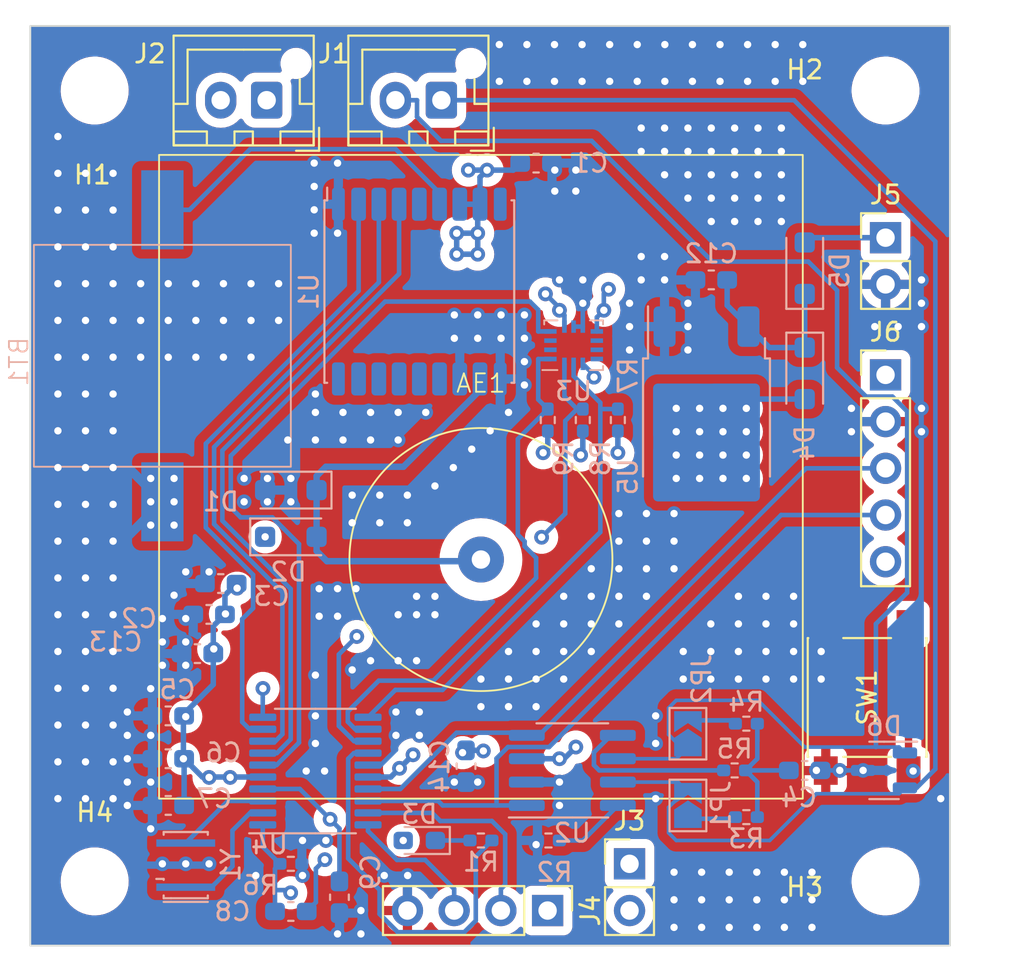
<source format=kicad_pcb>
(kicad_pcb (version 20221018) (generator pcbnew)
  (layers (0 "F.Cu" power) (1 "In1.Cu" signal) (2 "In2.Cu" power) (31 "B.Cu" signal) (34 "B.Paste" user) (35 "F.Paste" user) (36 "B.SilkS" user "B.Silkscreen") (37 "F.SilkS" user "F.Silkscreen") (38 "B.Mask" user) (39 "F.Mask" user) (44 "Edge.Cuts" user))
  (net 0 "")
  (net 1 "Net-(BT1-+)")
  (net 2 "GND")
  (net 3 "+3V3")
  (net 4 "Net-(C4-Pad1)")
  (net 5 "Net-(J3-Pin_1)")
  (net 6 "/BOOT0")
  (net 7 "Net-(U4-NRST)")
  (net 8 "/OSC_IN")
  (net 9 "/OSC_OUT")
  (net 10 "VCC")
  (net 11 "Net-(D3-K)")
  (net 13 "/SWDIO")
  (net 14 "/SWCLK")
  (net 15 "/CAN_RX")
  (net 16 "/CAN_TX")
  (net 18 "Net-(JP1-A)")
  (net 19 "Net-(JP2-B)")
  (net 20 "Net-(U4-PB1)")
  (net 21 "Net-(U2-Rs)")
  (net 22 "/Vref")
  (net 23 "/GNSSTX")
  (net 24 "/GNSSRX")
  (net 25 "/TIMEPULSE")
  (net 34 "/MISO")
  (net 37 "/INT1")
  (net 41 "/CSB")
  (net 42 "/SCK")
  (net 43 "/MOSI")
  (net 44 "Net-(D5-A)")
  (net 45 "/CAN-")
  (net 46 "/CAN+")
  (net 47 "/RF")
  (footprint "MountingHole:MountingHole_3.2mm_M3_ISO14580" (layer "F.Cu") (at 146 107)
    (fp_text reference "H3")
    (fp_text value "MountingHole")
  )
  (footprint "pj-lib:CGGBP.35.6.A.02" (layer "F.Cu") (at 124 85)
    (fp_text reference "AE1")
    (fp_text value "Antenna")
  )
  (footprint "Connector_PinHeader_2.54mm:PinHeader_1x05_P2.54mm_Vertical" (layer "F.Cu") (at 146 79.46)
    (fp_text reference "J6")
    (fp_text value "Conn_01x05_Socket")
  )
  (footprint "MountingHole:MountingHole_3.2mm_M3_ISO14580" (layer "F.Cu") (at 103 64)
    (fp_text reference "H1")
    (fp_text value "MountingHole")
  )
  (footprint "Connector_PinHeader_2.54mm:PinHeader_1x02_P2.54mm_Vertical" (layer "F.Cu") (at 132.08 106.045)
    (fp_text reference "J3")
    (fp_text value "BOOTMODE")
  )
  (footprint "MountingHole:MountingHole_3.2mm_M3_ISO14580" (layer "F.Cu") (at 146 64)
    (fp_text reference "H2")
    (fp_text value "MountingHole")
  )
  (footprint "Connector_PinHeader_2.54mm:PinHeader_1x04_P2.54mm_Vertical" (layer "F.Cu") (at 127.625 108.585 -90)
    (fp_text reference "J4")
    (fp_text value "SWD")
  )
  (footprint "MountingHole:MountingHole_3.2mm_M3_ISO14580" (layer "F.Cu") (at 103 107)
    (fp_text reference "H4")
    (fp_text value "MountingHole")
  )
  (footprint "Connector_JST:JST_XH_B2B-XH-AM_1x02_P2.50mm_Vertical" (layer "F.Cu") (at 112.35 64.525 180)
    (fp_text reference "J2")
    (fp_text value "CAN")
  )
  (footprint "Connector_JST:JST_XH_B2B-XH-AM_1x02_P2.50mm_Vertical" (layer "F.Cu") (at 121.85 64.525 180)
    (fp_text reference "J1")
    (fp_text value "CAN")
  )
  (footprint "Button_Switch_SMD:SW_Push_1P1T_NO_6x6mm_H9.5mm" (layer "F.Cu") (at 145 97 90)
    (fp_text reference "SW1")
    (fp_text value "SW_Push")
  )
  (footprint "Connector_PinHeader_2.54mm:PinHeader_1x02_P2.54mm_Vertical" (layer "F.Cu") (at 146 72)
    (fp_text reference "J5")
    (fp_text value "Conn_01x02_Socket")
  )
  (footprint "Capacitor_SMD:C_0603_1608Metric_Pad1.08x0.95mm_HandSolder" (layer "B.Cu") (at 123.19 100.7375 -90)
    (fp_text reference "C14")
    (fp_text value "0.1u")
  )
  (footprint "Package_TO_SOT_SMD:SOT-23-3" (layer "B.Cu") (at 145.9175 100.965 180)
    (fp_text reference "D6")
    (fp_text value "ESD16VHY")
  )
  (footprint "Capacitor_SMD:C_0603_1608Metric_Pad1.08x0.95mm_HandSolder" (layer "B.Cu") (at 109.855 90.805 180)
    (fp_text reference "C3")
    (fp_text value "0.1u")
  )
  (footprint "Package_SO:SOIC-8_3.9x4.9mm_P1.27mm" (layer "B.Cu") (at 128.97 100.965)
    (fp_text reference "U2")
    (fp_text value "SN65HVD230")
  )
  (footprint "Capacitor_SMD:C_0603_1608Metric_Pad1.08x0.95mm_HandSolder" (layer "B.Cu") (at 108.585 94.615 180)
    (fp_text reference "C13")
    (fp_text value "22u")
  )
  (footprint "Capacitor_SMD:C_0603_1608Metric_Pad1.08x0.95mm_HandSolder" (layer "B.Cu") (at 141.605 100.965)
    (fp_text reference "C4")
    (fp_text value "4700p")
  )
  (footprint "Resistor_SMD:R_0402_1005Metric_Pad0.72x0.64mm_HandSolder" (layer "B.Cu") (at 113.665 106.045)
    (fp_text reference "R6")
    (fp_text value "10k")
  )
  (footprint "Diode_SMD:D_SOD-123F" (layer "B.Cu") (at 141.605 73.66 90)
    (fp_text reference "D5")
    (fp_text value "RBR1MM30ATR")
  )
  (footprint "Capacitor_SMD:C_0603_1608Metric_Pad1.08x0.95mm_HandSolder" (layer "B.Cu") (at 107 102.87 180)
    (fp_text reference "C7")
    (fp_text value "0.1u")
  )
  (footprint "Resistor_SMD:R_0402_1005Metric_Pad0.72x0.64mm_HandSolder" (layer "B.Cu") (at 137.795 100.965 180)
    (fp_text reference "R5")
    (fp_text value "300")
  )
  (footprint "Capacitor_SMD:C_0603_1608Metric_Pad1.08x0.95mm_HandSolder" (layer "B.Cu") (at 109.22 92.4825 180)
    (fp_text reference "C2")
    (fp_text value "0.1u")
  )
  (footprint "RF_GPS:ublox_MAX" (layer "B.Cu") (at 120.65 74.93 -90)
    (fp_text reference "U1")
    (fp_text value "MAX-M10S")
  )
  (footprint "Resistor_SMD:R_0402_1005Metric_Pad0.72x0.64mm_HandSolder" (layer "B.Cu") (at 124 104.775)
    (fp_text reference "R1")
    (fp_text value "1k")
  )
  (footprint "Resistor_SMD:R_0402_1005Metric_Pad0.72x0.64mm_HandSolder" (layer "B.Cu") (at 138.43 98.425 180)
    (fp_text reference "R4")
    (fp_text value "60")
  )
  (footprint "Diode_SMD:D_SOD-123F" (layer "B.Cu") (at 113.665 88.265)
    (fp_text reference "D2")
    (fp_text value "RBR1MM30ATR")
  )
  (footprint "Capacitor_SMD:C_0603_1608Metric_Pad1.08x0.95mm_HandSolder" (layer "B.Cu") (at 136.525 74.295 180)
    (fp_text reference "C12")
    (fp_text value "10u")
  )
  (footprint "Package_SO:TSSOP-20_4.4x6.5mm_P0.65mm" (layer "B.Cu") (at 115 101)
    (fp_text reference "U4")
    (fp_text value "STM32F042F6Px")
  )
  (footprint "LED_SMD:LED_0603_1608Metric_Pad1.05x0.95mm_HandSolder" (layer "B.Cu") (at 120.65 104.775 180)
    (fp_text reference "D3")
    (fp_text value "LED")
  )
  (footprint "Jumper:SolderJumper-2_P1.3mm_Open_TrianglePad1.0x1.5mm" (layer "B.Cu") (at 135.255 102.87 90)
    (fp_text reference "JP1")
    (fp_text value "SolderJumper_2_Open")
  )
  (footprint "Package_LGA:Bosch_LGA-14_3x2.5mm_P0.5mm" (layer "B.Cu") (at 129.04 77.8475)
    (fp_text reference "U3")
    (fp_text value "BMI323")
  )
  (footprint "Resistor_SMD:R_0402_1005Metric_Pad0.72x0.64mm_HandSolder" (layer "B.Cu") (at 127.6725 104.775 180)
    (fp_text reference "R2")
    (fp_text value "10k")
  )
  (footprint "Capacitor_SMD:C_0603_1608Metric_Pad1.08x0.95mm_HandSolder" (layer "B.Cu") (at 127 67.945)
    (fp_text reference "C1")
    (fp_text value "0.1u")
  )
  (footprint "Resistor_SMD:R_0402_1005Metric_Pad0.72x0.64mm_HandSolder" (layer "B.Cu") (at 138.43 103.505)
    (fp_text reference "R3")
    (fp_text value "60")
  )
  (footprint "Resistor_SMD:R_0402_1005Metric_Pad0.72x0.64mm_HandSolder" (layer "B.Cu") (at 131.445 81.915 90)
    (fp_text reference "R7")
    (fp_text value "10k")
  )
  (footprint "Diode_SMD:D_SOD-123F" (layer "B.Cu") (at 141.605 79.375 -90)
    (fp_text reference "D4")
    (fp_text value "RBR1MM30ATR")
  )
  (footprint "Capacitor_SMD:C_0603_1608Metric_Pad1.08x0.95mm_HandSolder" (layer "B.Cu") (at 116.3075 107.8625 -90)
    (fp_text reference "C9")
    (fp_text value "0.1u")
  )
  (footprint "Diode_SMD:D_SOD-123F" (layer "B.Cu") (at 113.665 85.725 180)
    (fp_text reference "D1")
    (fp_text value "RBR1MM30ATR")
  )
  (footprint "Capacitor_SMD:C_0603_1608Metric_Pad1.08x0.95mm_HandSolder" (layer "B.Cu") (at 107 98 180)
    (fp_text reference "C5")
    (fp_text value "0.1u")
  )
  (footprint "Jumper:SolderJumper-2_P1.3mm_Open_TrianglePad1.0x1.5mm" (layer "B.Cu") (at 135.255 98.97 90)
    (fp_text reference "JP2")
    (fp_text value "SolderJumper_2_Open")
  )
  (footprint "Capacitor_SMD:C_0603_1608Metric_Pad1.08x0.95mm_HandSolder" (layer "B.Cu") (at 113.665 108.635 180)
    (fp_text reference "C8")
    (fp_text value "0.1u")
  )
  (footprint "Resistor_SMD:R_0402_1005Metric_Pad0.72x0.64mm_HandSolder" (layer "B.Cu") (at 129.54 81.915 90)
    (fp_text reference "R8")
    (fp_text value "10k")
  )
  (footprint "Package_TO_SOT_SMD:TO-252-2" (layer "B.Cu") (at 136.265 81.875 -90)
    (fp_text reference "U5")
    (fp_text value "AZ1084-3.3")
  )
  (footprint "Crystal:Resonator_SMD_Murata_CSTxExxV-3Pin_3.0x1.1mm_HandSoldering" (layer "B.Cu") (at 107.95 106.115 90)
    (fp_text reference "Y1")
    (fp_text value "CSTNE20M0V530000R0")
  )
  (footprint "Resistor_SMD:R_0402_1005Metric_Pad0.72x0.64mm_HandSolder" (layer "B.Cu") (at 127.635 81.915 90)
    (fp_text reference "R9")
    (fp_text value "10k")
  )
  (footprint "pj-lib:CR1220" (layer "B.Cu") (at 106.68 78.74 -90)
    (fp_text reference "BT1")
    (fp_text value "Battery_Cell")
  )
  (footprint "Capacitor_SMD:C_0603_1608Metric_Pad1.08x0.95mm_HandSolder" (layer "B.Cu") (at 107 100.33 180)
    (fp_text reference "C6")
    (fp_text value "0.1u")
  )
  (gr_rect (start 99.5 60.49) (end 149.5 110.49) (stroke (width 0.1)) (fill none) (layer "Edge.Cuts"))
  (segment (start 121.75 69.5696) (end 121.75 70.18) (width 0.25) (layer "B.Cu") (net 1))
  (segment (start 111.4537 67.1864) (end 119.3668 67.1864) (width 0.25) (layer "B.Cu") (net 1))
  (segment (start 119.3668 67.1864) (end 121.75 69.5696) (width 0.25) (layer "B.Cu") (net 1))
  (segment (start 108.1551 70.485) (end 111.4537 67.1864) (width 0.25) (layer "B.Cu") (net 1))
  (segment (start 106.68 70.485) (end 108.1551 70.485) (width 0.25) (layer "B.Cu") (net 1))
  (via (at 116.205 71.755) (size 0.8) (drill 0.4) (layers "F.Cu" "B.Cu") (net 2))
  (via (at 113.665 85.09) (size 0.8) (drill 0.4) (layers "F.Cu" "B.Cu") (net 2))
  (via (at 117.205 91.083) (size 0.8) (drill 0.4) (layers "F.Cu" "B.Cu") (net 2))
  (via (at 116.205 67.945) (size 0.8) (drill 0.4) (layers "F.Cu" "B.Cu") (net 2))
  (via (at 113.5 83) (size 0.8) (drill 0.4) (layers "F.Cu" "B.Cu") (net 2))
  (via (at 102.5 92.5) (size 0.8) (drill 0.4) (layers "F.Cu" "B.Cu") (net 2))
  (via (at 139 109.5) (size 0.8) (drill 0.4) (layers "F.Cu" "B.Cu") (net 2))
  (via (at 104 70.5) (size 0.8) (drill 0.4) (layers "F.Cu" "B.Cu") (net 2))
  (via (at 105.5 74.5) (size 0.8) (drill 0.4) (layers "F.Cu" "B.Cu") (net 2))
  (via (at 134.5 87) (size 0.8) (drill 0.4) (layers "F.Cu" "B.Cu") (net 2))
  (via (at 116.5 83) (size 0.8) (drill 0.4) (layers "F.Cu" "B.Cu") (net 2))
  (via (at 104 78.5) (size 0.8) (drill 0.4) (layers "F.Cu" "B.Cu") (net 2))
  (via (at 106.045 99.06) (size 0.8) (drill 0.4) (layers "F.Cu" "B.Cu") (net 2))
  (via (at 104 76.5) (size 0.8) (drill 0.4) (layers "F.Cu" "B.Cu") (net 2))
  (via (at 128.27 102.87) (size 0.8) (drill 0.4) (layers "F.Cu" "B.Cu") (net 2))
  (via (at 104.775 99.06) (size 0.8) (drill 0.4) (layers "F.Cu" "B.Cu") (net 2))
  (via (at 138 93) (size 0.8) (drill 0.4) (layers "F.Cu" "B.Cu") (net 2))
  (via (at 120 86) (size 0.8) (drill 0.4) (layers "F.Cu" "B.Cu") (net 2))
  (via (at 111.125 85.09) (size 0.8) (drill 0.4) (layers "F.Cu" "B.Cu") (net 2))
  (via (at 133 90) (size 0.8) (drill 0.4) (layers "F.Cu" "B.Cu") (net 2))
  (via (at 129.54 75.565) (size 0.8) (drill 0.4) (layers "F.Cu" "B.Cu") (net 2))
  (via (at 110 78.5) (size 0.8) (drill 0.4) (layers "F.Cu" "B.Cu") (net 2))
  (via (at 122.5 84.5) (size 0.8) (drill 0.4) (layers "F.Cu" "B.Cu") (net 2))
  (via (at 136.525 67.31) (size 0.8) (drill 0.4) (layers "F.Cu" "B.Cu") (net 2))
  (via (at 144.145 82.55) (size 0.8) (drill 0.4) (layers "F.Cu" "B.Cu") (net 2))
  (via (at 142.5 94.5) (size 0.8) (drill 0.4) (layers "F.Cu" "B.Cu") (net 2))
  (via (at 117 86) (size 0.8) (drill 0.4) (layers "F.Cu" "B.Cu") (net 2))
  (via (at 120.5 92.5) (size 0.8) (drill 0.4) (layers "F.Cu" "B.Cu") (net 2))
  (via (at 139.5 96) (size 0.8) (drill 0.4) (layers "F.Cu" "B.Cu") (net 2))
  (via (at 137.795 66.04) (size 0.8) (drill 0.4) (layers "F.Cu" "B.Cu") (net 2))
  (via (at 128.016 69.469) (size 0.8) (drill 0.4) (layers "F.Cu" "B.Cu") (net 2))
  (via (at 111.76 106.68) (size 0.8) (drill 0.4) (layers "F.Cu" "B.Cu") (net 2))
  (via (at 142 108) (size 0.8) (drill 0.4) (layers "F.Cu" "B.Cu") (net 2))
  (via (at 112.395 86.36) (size 0.8) (drill 0.4) (layers "F.Cu" "B.Cu") (net 2))
  (via (at 107.95 92.71) (size 0.8) (drill 0.4) (layers "F.Cu" "B.Cu") (net 2))
  (via (at 104 86.5) (size 0.8) (drill 0.4) (layers "F.Cu" "B.Cu") (net 2))
  (via (at 139.5 91.5) (size 0.8) (drill 0.4) (layers "F.Cu" "B.Cu") (net 2))
  (via (at 137.795 71.12) (size 0.8) (drill 0.4) (layers "F.Cu" "B.Cu") (net 2))
  (via (at 132.715 67.31) (size 0.8) (drill 0.4) (layers "F.Cu" "B.Cu") (net 2))
  (via (at 102.5 88.5) (size 0.8) (drill 0.4) (layers "F.Cu" "B.Cu") (net 2))
  (via (at 141 94.5) (size 0.8) (drill 0.4) (layers "F.Cu" "B.Cu") (net 2))
  (via (at 140.335 66.04) (size 0.8) (drill 0.4) (layers "F.Cu" "B.Cu") (net 2))
  (via (at 123.825 77.47) (size 0.8) (drill 0.4) (layers "F.Cu" "B.Cu") (net 2))
  (via (at 124 97.5) (size 0.8) (drill 0.4) (layers "F.Cu" "B.Cu") (net 2))
  (via (at 134.5 108) (size 0.8) (drill 0.4) (layers "F.Cu" "B.Cu") (net 2))
  (via (at 106.045 85.09) (size 0.8) (drill 0.4) (layers "F.Cu" "B.Cu") (net 2))
  (via (at 139.065 71.12) (size 0.8) (drill 0.4) (layers "F.Cu" "B.Cu") (net 2))
  (via (at 107.315 91.44) (size 0.8) (drill 0.4) (layers "F.Cu" "B.Cu") (net 2))
  (via (at 120.5 95) (size 0.8) (drill 0.4) (layers "F.Cu" "B.Cu") (net 2))
  (via (at 135 96) (size 0.8) (drill 0.4) (layers "F.Cu" "B.Cu") (net 2))
  (via (at 101 82.5) (size 0.8) (drill 0.4) (layers "F.Cu" "B.Cu") (net 2))
  (via (at 106.68 106.045) (size 0.8) (drill 0.4) (layers "F.Cu" "B.Cu") (net 2))
  (via (at 102.5 94.5) (size 0.8) (drill 0.4) (layers "F.Cu" "B.Cu") (net 2))
  (via (at 129.159 68.326) (size 0.8) (drill 0.4) (layers "F.Cu" "B.Cu") (net 2))
  (via (at 126.365 77.47) (size 0.8) (drill 0.4) (layers "F.Cu" "B.Cu") (net 2))
  (via (at 147.955 75.565) (size 0.8) (drill 0.4) (layers "F.Cu" "B.Cu") (net 2))
  (via (at 140 63.5) (size 0.8) (drill 0.4) (layers "F.Cu" "B.Cu") (net 2))
  (via (at 141.5 63.5) (size 0.8) (drill 0.4) (layers "F.Cu" "B.Cu") (net 2))
  (via (at 139.065 66.04) (size 0.8) (drill 0.4) (layers "F.Cu" "B.Cu") (net 2))
  (via (at 133.985 66.04) (size 0.8) (drill 0.4) (layers "F.Cu" "B.Cu") (net 2))
  (via (at 138.5 61.5) (size 0.8) (drill 0.4) (layers "F.Cu" "B.Cu") (net 2))
  (via (at 104 98.5) (size 0.8) (drill 0.4) (layers "F.Cu" "B.Cu") (net 2))
  (via (at 127 97.5) (size 0.8) (drill 0.4) (layers "F.Cu" "B.Cu") (net 2))
  (via (at 128.5 91.5) (size 0.8) (drill 0.4) (layers "F.Cu" "B.Cu") (net 2))
  (via (at 135.5 61.5) (size 0.8) (drill 0.4) (layers "F.Cu" "B.Cu") (net 2))
  (via (at 131.5 91.5) (size 0.8) (drill 0.4) (layers "F.Cu" "B.Cu") (net 2))
  (via (at 115 99.5) (size 0.8) (drill 0.4) (layers "F.Cu" "B.Cu") (net 2))
  (via (at 137.5 106.5) (size 0.8) (drill 0.4) (layers "F.Cu" "B.Cu") (net 2))
  (via (at 121.5 92.5) (size 0.8) (drill 0.4) (layers "F.Cu" "B.Cu") (net 2))
  (via (at 128.5 93) (size 0.8) (drill 0.4) (layers "F.Cu" "B.Cu") (net 2))
  (via (at 118.5 87.5) (size 0.8) (drill 0.4) (layers "F.Cu" "B.Cu") (net 2))
  (via (at 117.475 108.585) (size 0.8) (drill 0.4) (layers "F.Cu" "B.Cu") (net 2))
  (via (at 133 87) (size 0.8) (drill 0.4) (layers "F.Cu" "B.Cu") (net 2))
  (via (at 106.68 95.25) (size 0.8) (drill 0.4) (layers "F.Cu" "B.Cu") (net 2))
  (via (at 136.5 96) (size 0.8) (drill 0.4) (layers "F.Cu" "B.Cu") (net 2))
  (via (at 133.985 74.295) (size 0.8) (drill 0.4) (layers "F.Cu" "B.Cu") (net 2))
  (via (at 102.5 76.5) (size 0.8) (drill 0.4) (layers "F.Cu" "B.Cu") (net 2))
  (via (at 104 80.5) (size 0.8) (drill 0.4) (layers "F.Cu" "B.Cu") (net 2))
  (via (at 134.5 106.5) (size 0.8) (drill 0.4) (layers "F.Cu" "B.Cu") (net 2))
  (via (at 102.5 90.5) (size 0.8) (drill 0.4) (layers "F.Cu" "B.Cu") (net 2))
  (via (at 132.5 63.5) (size 0.8) (drill 0.4) (layers "F.Cu" "B.Cu") (net 2))
  (via (at 108.5 78.5) (size 0.8) (drill 0.4) (layers "F.Cu" "B.Cu") (net 2))
  (via (at 121 81.5) (size 0.8) (drill 0.4) (layers "F.Cu" "B.Cu") (net 2))
  (via (at 119.5 95) (size 0.8) (drill 0.4) (layers "F.Cu" "B.Cu") (net 2))
  (via (at 102.5 102.5) (size 0.8) (drill 0.4) (layers "F.Cu" "B.Cu") (net 2))
  (via (at 140.335 71.12) (size 0.8) (drill 0.4) (layers "F.Cu" "B.Cu") (net 2))
  (via (at 135.255 68.58) (size 0.8) (drill 0.4) (layers "F.Cu" "B.Cu") (net 2))
  (via (at 120.5 91.5) (size 0.8) (drill 0.4) (layers "F.Cu" "B.Cu") (net 2))
  (via (at 118.5 86) (size 0.8) (drill 0.4) (layers "F.Cu" "B.Cu") (net 2))
  (via (at 136.5 93) (size 0.8) (drill 0.4) (layers "F.Cu" "B.Cu") (net 2))
  (via (at 102.5 68.5) (size 0.8) (drill 0.4) (layers "F.Cu" "B.Cu") (net 2))
  (via (at 106.68 92.71) (size 0.8) (drill 0.4) (layers "F.Cu" "B.Cu") (net 2))
  (via (at 106.045 86.36) (size 0.8) (drill 0.4) (layers "F.Cu" "B.Cu") (net 2))
  (via (at 135.255 66.04) (size 0.8) (drill 0.4) (layers "F.Cu" "B.Cu") (net 2))
  (via (at 104 82.5) (size 0.8) (drill 0.4) (layers "F.Cu" "B.Cu") (net 2))
  (via (at 126.365 80.01) (size 0.8) (drill 0.4) (layers "F.Cu" "B.Cu") (net 2))
  (via (at 122.555 77.47) (size 0.8) (drill 0.4) (layers "F.Cu" "B.Cu") (net 2))
  (via (at 111.5 78.5) (size 0.8) (drill 0.4) (layers "F.Cu" "B.Cu") (net 2))
  (via (at 140.5 108) (size 0.8) (drill 0.4) (layers "F.Cu" "B.Cu") (net 2))
  (via (at 107.95 95.25) (size 0.8) (drill 0.4) (layers "F.Cu" "B.Cu") (net 2))
  (via (at 101 78.5) (size 0.8) (drill 0.4) (layers "F.Cu" "B.Cu") (net 2))
  (via (at 117.475 109.855) (size 0.8) (drill 0.4) (layers "F.Cu" "B.Cu") (net 2))
  (via (at 115 80.5) (size 0.8) (drill 0.4) (layers "F.Cu" "B.Cu") (net 2))
  (via (at 106.045 96.52) (size 0.8) (drill 0.4) (layers "F.Cu" "B.Cu") (net 2))
  (via (at 101 98.5) (size 0.8) (drill 0.4) (layers "F.Cu" "B.Cu") (net 2))
  (via (at 131.5 93) (size 0.8) (drill 0.4) (layers "F.Cu" "B.Cu") (net 2))
  (via (at 123.5 83.5) (size 0.8) (drill 0.4) (layers "F.Cu" "B.Cu") (net 2))
  (via (at 120.015 106.68) (size 0.8) (drill 0.4) (layers "F.Cu" "B.Cu") (net 2))
  (via (at 125.095 76.2) (size 0.8) (drill 0.4) (layers "F.Cu" "B.Cu") (net 2))
  (via (at 109.22 106.045) (size 0.8) (drill 0.4) (layers "F.Cu" "B.Cu") (net 2))
  (via (at 101 70.5) (size 0.8) (drill 0.4) (layers "F.Cu" "B.Cu") (net 2))
  (via (at 135.255 67.31) (size 0.8) (drill 0.4) (layers "F.Cu" "B.Cu") (net 2))
  (via (at 115.5 101) (size 0.8) (drill 0.4) (layers "F.Cu" "B.Cu") (net 2))
  (via (at 123.825 101.6) (size 0.8) (drill 0.4) (layers "F.Cu" "B.Cu") (net 2))
  (via (at 127 96) (size 0.8) (drill 0.4) (layers "F.Cu" "B.Cu") (net 2))
  (via (at 107 78.5) (size 0.8) (drill 0.4) (layers "F.Cu" "B.Cu") (net 2))
  (via (at 111.125 86.36) (size 0.8) (drill 0.4) (layers "F.Cu" "B.Cu") (net 2))
  (via (at 137.795 68.58) (size 0.8) (drill 0.4) (layers "F.Cu" "B.Cu") (net 2))
  (via (at 137 61.5) (size 0.8) (drill 0.4) (layers "F.Cu" "B.Cu") (net 2))
  (via (at 132.5 61.5) (size 0.8) (drill 0.4) (layers "F.Cu" "B.Cu") (net 2))
  (via (at 104 72.5) (size 0.8) (drill 0.4) (layers "F.Cu" "B.Cu") (net 2))
  (via (at 105.5 78.5) (size 0.8) (drill 0.4) (layers "F.Cu" "B.Cu") (net 2))
  (via (at 126.5 63.5) (size 0.8) (drill 0.4) (layers "F.Cu" "B.Cu") (net 2))
  (via (at 108.5 74.5) (size 0.8) (drill 0.4) (layers "F.Cu" "B.Cu") (net 2))
  (via (at 115.205 92.583) (size 0.8) (drill 0.4) (layers "F.Cu" "B.Cu") (net 2))
  (via (at 139.065 68.58) (size 0.8) (drill 0.4) (layers "F.Cu" "B.Cu") (net 2))
  (via (at 104 96.5) (size 0.8) (drill 0.4) (layers "F.Cu" "B.Cu") (net 2))
  (via (at 106.045 104.14) (size 0.8) (drill 0.4) (layers "F.Cu" "B.Cu") (net 2))
  (via (at 132.08 76.835) (size 0.8) (drill 0.4) (layers "F.Cu" "B.Cu") (net 2))
  (via (at 135.255 69.85) (size 0.8) (drill 0.4) (layers "F.Cu" "B.Cu") (net 2))
  (via (at 136.5 94.5) (size 0.8) (drill 0.4) (layers "F.Cu" "B.Cu") (net 2))
  (via (at 129.159 69.469) (size 0.8) (drill 0.4) (layers "F.Cu" "B.Cu") (net 2))
  (via (at 111.5 76.5) (size 0.8) (drill 0.4) (layers "F.Cu" "B.Cu") (net 2))
  (via (at 102.5 78.5) (size 0.8) (drill 0.4) (layers "F.Cu" "B.Cu") (net 2))
  (via (at 138 96) (size 0.8) (drill 0.4) (layers "F.Cu" "B.Cu") (net 2))
  (via (at 102.5 74.5) (size 0.8) (drill 0.4) (layers "F.Cu" "B.Cu") (net 2))
  (via (at 141 91.5) (size 0.8) (drill 0.4) (layers "F.Cu" "B.Cu") (net 2))
  (via (at 104 100.5) (size 0.8) (drill 0.4) (layers "F.Cu" "B.Cu") (net 2))
  (via (at 119.38 97.79) (size 0.8) (drill 0.4) (layers "F.Cu" "B.Cu") (net 2))
  (via (at 104 84.5) (size 0.8) (drill 0.4) (layers "F.Cu" "B.Cu") (net 2))
  (via (at 133.985 73.025) (size 0.8) (drill 0.4) (layers "F.Cu" "B.Cu") (net 2))
  (via (at 104 94.5) (size 0.8) (drill 0.4) (layers "F.Cu" "B.Cu") (net 2))
  (via (at 142.5 96) (size 0.8) (drill 0.4) (layers "F.Cu" "B.Cu") (net 2))
  (via (at 128 61.5) (size 0.8) (drill 0.4) (layers "F.Cu" "B.Cu") (net 2))
  (via (at 114.3 104.775) (size 0.8) (drill 0.4) (layers "F.Cu" "B.Cu") (net 2))
  (via (at 136.525 71.12) (size 0.8) (drill 0.4) (layers "F.Cu" "B.Cu") (net 2))
  (via (at 130 94.5) (size 0.8) (drill 0.4) (layers "F.Cu" "B.Cu") (net 2))
  (via (at 128 63.5) (size 0.8) (drill 0.4) (layers "F.Cu" "B.Cu") (net 2))
  (via (at 115.205 91.083) (size 0.8) (drill 0.4) (layers "F.Cu" "B.Cu") (net 2))
  (via (at 104 102.5) (size 0.8) (drill 0.4) (layers "F.Cu" "B.Cu") (net 2))
  (via (at 137.795 67.31) (size 0.8) (drill 0.4) (layers "F.Cu" "B.Cu") (net 2))
  (via (at 108.5 76.5) (size 0.8) (drill 0.4) (layers "F.Cu" "B.Cu") (net 2))
  (via (at 137.795 69.85) (size 0.8) (drill 0.4) (layers "F.Cu" "B.Cu") (net 2))
  (via (at 133 88.5) (size 0.8) (drill 0.4) (layers "F.Cu" "B.Cu") (net 2))
  (via (at 115 95.7841) (size 0.8) (drill 0.4) (layers "F.Cu" "B.Cu") (net 2))
  (via (at 128.27 74.295) (size 0.8) (drill 0.4) (layers "F.Cu" "B.Cu") (net 2))
  (via (at 129.54 74.295) (size 0.8) (drill 0.4) (layers "F.Cu" "B.Cu") (net 2))
  (via (at 111.5 74.5) (size 0.8) (drill 0.4) (layers "F.Cu" "B.Cu") (net 2))
  (via (at 140.5 109.5) (size 0.8) (drill 0.4) (layers "F.Cu" "B.Cu") (net 2))
  (via (at 133.5 98) (size 0.8) (drill 0.4) (layers "F.Cu" "B.Cu") (net 2))
  (via (at 140.335 69.85) (size 0.8) (drill 0.4) (layers "F.Cu" "B.Cu") (net 2))
  (via (at 140.5 106.5) (size 0.8) (drill 0.4) (layers "F.Cu" "B.Cu") (net 2))
  (via (at 110 74.5) (size 0.8) (drill 0.4) (layers "F.Cu" "B.Cu") (net 2))
  (via (at 125.5 96) (size 0.8) (drill 0.4) (layers "F.Cu" "B.Cu") (net 2))
  (via (at 138 91.5) (size 0.8) (drill 0.4) (layers "F.Cu" "B.Cu") (net 2))
  (via (at 136.525 69.85) (size 0.8) (drill 0.4) (layers "F.Cu" "B.Cu") (net 2))
  (via (at 131.5 87) (size 0.8) (drill 0.4) (layers "F.Cu" "B.Cu") (net 2))
  (via (at 101 76.5) (size 0.8) (drill 0.4) (layers "F.Cu" "B.Cu") (net 2))
  (via (at 117 87.5) (size 0.8) (drill 0.4) (layers "F.Cu" "B.Cu") (net 2))
  (via (at 132.715 73.025) (size 0.8) (drill 0.4) (layers "F.Cu" "B.Cu") (net 2))
  (via (at 107 74.5) (size 0.8) (drill 0.4) (layers "F.Cu" "B.Cu") (net 2))
  (via (at 102.5 86.5) (size 0.8) (drill 0.4) (layers "F.Cu" "B.Cu") (net 2))
  (via (at 102.5 98.5) (size 0.8) (drill 0.4) (layers "F.Cu" "B.Cu") (net 2))
  (via (at 125.095 77.47) (size 0.8) (drill 0.4) (layers "F.Cu" "B.Cu") (net 2))
  (via (at 133.5 99.5) (size 0.8) (drill 0.4) (layers "F.Cu" "B.Cu") (net 2))
  (via (at 122.555 76.2) (size 0.8) (drill 0.4) (layers "F.Cu" "B.Cu") (net 2))
  (via (at 104.775 100.33) (size 0.8) (drill 0.4) (layers "F.Cu" "B.Cu") (net 2))
  (via (at 101 72.5) (size 0.8) (drill 0.4) (layers "F.Cu" "B.Cu") (net 2))
  (via (at 139.065 67.31) (size 0.8) (drill 0.4) (layers "F.Cu" "B.Cu") (net 2))
  (via (at 104.775 97.79) (size 0.8) (drill 0.4) (layers "F.Cu" "B.Cu") (net 2))
  (via (at 136.525 68.58) (size 0.8) (drill 0.4) (layers "F.Cu" "B.Cu") (net 2))
  (via (at 132.08 78.105) (size 0.8) (drill 0.4) (layers "F.Cu" "B.Cu") (net 2))
  (via (at 126.5 61.5) (size 0.8) (drill 0.4) (layers "F.Cu" "B.Cu") (net 2))
  (via (at 106.045 87.63) (size 0.8) (drill 0.4) (layers "F.Cu" "B.Cu") (net 2))
  (via (at 144.145 81.28) (size 0.8) (drill 0.4) (layers "F.Cu" "B.Cu") (net 2))
  (via (at 142.24 100.965) (size 0.8) (drill 0.4) (layers "F.Cu" "B.Cu") (net 2))
  (via (at 125 61.5) (size 0.8) (drill 0.4) (layers "F.Cu" "B.Cu") (net 2))
  (via (at 101 94.5) (size 0.8) (drill 0.4) (layers "F.Cu" "B.Cu") (net 2))
  (via (at 104 68.5) (size 0.8) (drill 0.4) (layers "F.Cu" "B.Cu") (net 2))
  (via (at 102.5 84.5) (size 0.8) (drill 0.4) (layers "F.Cu" "B.Cu") (net 2))
  (via (at 119.5 83) (size 0.8) (drill 0.4) (layers "F.Cu" "B.Cu") (net 2))
  (via (at 141.5 61.5) (size 0.8) (drill 0.4) (layers "F.Cu" "B.Cu") (net 2))
  (via (at 106.045 101.6) (size 0.8) (drill 0.4) (layers "F.Cu" "B.Cu") (net 2))
  (via (at 133.5 102.5) (size 0.8) (drill 0.4) (layers "F.Cu" "B.Cu") (net 2))
  (via (at 134.5 88.5) (size 0.8) (drill 0.4) (layers "F.Cu" "B.Cu") (net 2))
  (via (at 116.205 109.855) (size 0.8) (drill 0.4) (layers "F.Cu" "B.Cu") (net 2))
  (via (at 124.5 82.5) (size 0.8) (drill 0.4) (layers "F.Cu" "B.Cu") (net 2))
  (via (at 141 96) (size 0.8) (drill 0.4) (layers "F.Cu" "B.Cu") (net 2))
  (via (at 119.5 92.5) (size 0.8) (drill 0.4) (layers "F.Cu" "B.Cu") (net 2))
  (via (at 101 88.5) (size 0.8) (drill 0.4) (layers "F.Cu" "B.Cu") (net 2))
  (via (at 140.335 68.58) (size 0.8) (drill 0.4) (layers "F.Cu" "B.Cu") (net 2))
  (via (at 101 84.5) (size 0.8) (drill 0.4) (layers "F.Cu" "B.Cu") (net 2))
  (via (at 117 95.5) (size 0.8) (drill 0.4) (layers "F.Cu" "B.Cu") (net 2))
  (via (at 141 93) (size 0.8) (drill 0.4) (layers "F.Cu" "B.Cu") (net 2))
  (via (at 125.5 97.5) (size 0.8) (drill 0.4) (layers "F.Cu" "B.Cu") (net 2))
  (via (at 135.255 76.835) (size 0.8) (drill 0.4) (layers "F.Cu" "B.Cu") (net 2))
  (via (at 135 94.5) (size 0.8) (drill 0.4) (layers "F.Cu" "B.Cu") (net 2))
  (via (at 135.255 78.105) (size 0.8) (drill 0.4) (layers "F.Cu" "B.Cu") (net 2))
  (via (at 114.935 70.485) (size 0.8) (drill 0.4) (layers "F.Cu" "B.Cu") (net 2))
  (via (at 136 108) (size 0.8) (drill 0.4) (layers "F.Cu" "B.Cu") (net 2))
  (via (at 123.825 76.2) (size 0.8) (drill 0.4) (layers "F.Cu" "B.Cu") (net 2))
  (via (at 131 61.5) (size 0.8) (drill 0.4) (layers "F.Cu" "B.Cu") (net 2))
  (via (at 139 108) (size 0.8) (drill 0.4) (layers "F.Cu" "B.Cu") (net 2))
  (via (at 107.95 93.98) (size 0.8) (drill 0.4) (layers "F.Cu" "B.Cu") (net 2))
  (via (at 128.5 94.5) (size 0.8) (drill 0.4) (layers "F.Cu" "B.Cu") (net 2))
  (via (at 101 66.5) (size 0.8) (drill 0.4) (layers "F.Cu" "B.Cu") (net 2))
  (via (at 112.395 85.09) (size 0.8) (drill 0.4) (layers "F.Cu" "B.Cu") (net 2))
  (via (at 136 106.5) (size 0.8) (drill 0.4) (layers "F.Cu" "B.Cu") (net 2))
  (via (at 105.5 76.5) (size 0.8) (drill 0.4) (layers "F.Cu" "B.Cu") (net 2))
  (via (at 102.5 72.5) (size 0.8) (drill 0.4) (layers "F.Cu" "B.Cu") (net 2))
  (via (at 107.315 86.36) (size 0.8) (drill 0.4) (layers "F.Cu" "B.Cu") (net 2))
  (via (at 140.335 67.31) (size 0.8) (drill 0.4) (layers "F.Cu" "B.Cu") (net 2))
  (via (at 101 100.5) (size 0.8) (drill 0.4) (layers "F.Cu" "B.Cu") (net 2))
  (via (at 121.5 91.5) (size 0.8) (drill 0.4) (layers "F.Cu" "B.Cu") (net 2))
  (via (at 101 68.5) (size 0.8) (drill 0.4) (layers "F.Cu" "B.Cu") (net 2))
  (via (at 104 90.5) (size 0.8) (drill 0.4) (layers "F.Cu" "B.Cu") (net 2))
  (via (at 131 63.5) (size 0.8) (drill 0.4) (layers "F.Cu" "B.Cu") (net 2))
  (via (at 107 76.5) (size 0.8) (drill 0.4) (layers "F.Cu" "B.Cu") (net 2))
  (via (at 127 105) (size 0.8) (drill 0.4) (layers "F.Cu" "B.Cu") (net 2))
  (via (at 115.57 104.775) (size 0.8) (drill 0.4) (layers "F.Cu" "B.Cu") (net 2))
  (via (at 145.415 76.835) (size 0.8) (drill 0.4) (layers "F.Cu" "B.Cu") (net 2))
  (via (at 142 106.5) (size 0.8) (drill 0.4) (layers "F.Cu" "B.Cu") (net 2))
  (via (at 102.5 70.5) (size 0.8) (drill 0.4) (layers "F.Cu" "B.Cu") (net 2))
  (via (at 126.365 78.74) (size 0.8) (drill 0.4) (layers "F.Cu" "B.Cu") (net 2))
  (via (at 106.68 93.98) (size 0.8) (drill 0.4) (layers "F.Cu" "B.Cu") (net 2))
  (via (at 134.5 109.5) (size 0.8) (drill 0.4) (layers "F.Cu" "B.Cu") (net 2))
  (via (at 138 94.5) (size 0.8) (drill 0.4) (layers "F.Cu" "B.Cu") (net 2))
  (via (at 101 86.5) (size 0.8) (drill 0.4) (layers "F.Cu" "B.Cu") (net 2))
  (via (at 147.955 81.28) (size 0.8) (drill 0.4) (layers "F.Cu" "B.Cu") (net 2))
  (via (at 134 61.5) (size 0.8) (drill 0.4) (layers "F.Cu" "B.Cu") (net 2))
  (via (at 102.5 96.5) (size 0.8) (drill 0.4) (layers "F.Cu" "B.Cu") (net 2))
  (via (at 113 74.5) (size 0.8) (drill 0.4) (layers "F.Cu" "B.Cu") (net 2))
  (via (at 139.065 69.85) (size 0.8) (drill 0.4) (layers "F.Cu" "B.Cu") (net 2))
  (via (at 102.5 80.5) (size 0.8) (drill 0.4) (layers "F.Cu" "B.Cu") (net 2))
  (via (at 147.955 76.835) (size 0.8) (drill 0.4) (layers "F.Cu" "B.Cu") (net 2))
  (via (at 118 95) (size 0.8) (drill 0.4) (layers "F.Cu" "B.Cu") (net 2))
  (via (at 129.5 61.5) (size 0.8) (drill 0.4) (layers "F.Cu" "B.Cu") (net 2))
  (via (at 101 74.5) (size 0.8) (drill 0.4) (layers "F.Cu" "B.Cu") (net 2))
  (via (at 120.65 99.06) (size 0.8) (drill 0.4) (layers "F.Cu" "B.Cu") (net 2))
  (via (at 149 102.5) (size 0.8) (drill 0.4) (layers "F.Cu" "B.Cu") (net 2))
  (via (at 142 109.5) (size 0.8) (drill 0.4) (layers "F.Cu" "B.Cu") (net 2))
  (via (at 101 80.5) (size 0.8) (drill 0.4) (layers "F.Cu" "B.Cu") (net 2))
  (via (at 135.5 63.5) (size 0.8) (drill 0.4) (layers "F.Cu" "B.Cu") (net 2))
  (via (at 104 74.5) (size 0.8) (drill 0.4) (layers "F.Cu" "B.Cu") (net 2))
  (via (at 102.5 82.5) (size 0.8) (drill 0.4) (layers "F.Cu" "B.Cu") (net 2))
  (via (at 107.95 90.17) (size 0.8) (drill 0.4) (layers "F.Cu" "B.Cu") (net 2))
  (via (at 134.5 90) (size 0.8) (drill 0.4) (layers "F.Cu" "B.Cu") (net 2))
  (via (at 131.5 88.5) (size 0.8) (drill 0.4) (layers "F.Cu" "B.Cu") (net 2))
  (via (at 101 96.5) (size 0.8) (drill 0.4) (layers "F.Cu" "B.Cu") (net 2))
  (via (at 104.775 102.87) (size 0.8) (drill 0.4) (layers "F.Cu" "B.Cu") (net 2))
  (via (at 116.5 81.5) (size 0.8) (drill 0.4) (layers "F.Cu" "B.Cu") (net 2))
  (via (at 130 91.5) (size 0.8) (drill 0.4) (layers "F.Cu" "B.Cu") (net 2))
  (via (at 146.685 76.835) (size 0.8) (drill 0.4) (layers "F.Cu" "B.Cu") (net 2))
  (via (at 114.3 106.68) (size 0.8) (drill 0.4) (layers "F.Cu" "B.Cu") (net 2))
  (via (at 116.205 92.583) (size 0.8) (drill 0.4) (layers "F.Cu" "B.Cu") (net 2))
  (via (at 122.555 101.6) (size 0.8) (drill 0.4) (layers "F.Cu" "B.Cu") (net 2))
  (via (at 118 83) (size 0.8) (drill 0.4) (layers "F.Cu" "B.Cu") (net 2))
  (via (at 133.985 67.31) (size 0.8) (drill 0.4) (layers "F.Cu" "B.Cu") (net 2))
  (via (at 133.985 68.58) (size 0.8) (drill 0.4) (layers "F.Cu" "B.Cu") (net 2))
  (via (at 119.38 99.06) (size 0.8) (drill 0.4) (layers "F.Cu" "B.Cu") (net 2))
  (via (at 119.5 81.5) (size 0.8) (drill 0.4) (layers "F.Cu" "B.Cu") (net 2))
  (via (at 125.5 94.5) (size 0.8) (drill 0.4) (layers "F.Cu" "B.Cu") (net 2))
  (via (at 136 109.5) (size 0.8) (drill 0.4) (layers "F.Cu" "B.Cu") (net 2))
  (via (at 114.935 67.945) (size 0.8) (drill 0.4) (layers "F.Cu" "B.Cu") (net 2))
  (via (at 125 63.5) (size 0.8) (drill 0.4) (layers "F.Cu" "B.Cu") (net 2))
  (via (at 136.525 66.04) (size 0.8) (drill 0.4) (layers "F.Cu" "B.Cu") (net 2))
  (via (at 113.665 86.36) (size 0.8) (drill 0.4) (layers "F.Cu" "B.Cu") (net 2))
  (via (at 102.5 100.5) (size 0.8) (drill 0.4) (layers "F.Cu" "B.Cu") (net 2))
  (via (at 128.016 68.326) (size 0.8) (drill 0.4) (layers "F.Cu" "B.Cu") (net 2))
  (via (at 120 87.5) (size 0.8) (drill 0.4) (layers "F.Cu" "B.Cu") (net 2))
  (via (at 107.315 87.63) (size 0.8) (drill 0.4) (layers "F.Cu" "B.Cu") (net 2))
  (via (at 101 92.5) (size 0.8) (drill 0.4) (layers "F.Cu" "B.Cu") (net 2))
  (via (at 118.745 106.68) (size 0.8) (drill 0.4) (layers "F.Cu" "B.Cu") (net 2))
  (via (at 140 61.5) (size 0.8) (drill 0.4) (layers "F.Cu" "B.Cu") (net 2))
  (via (at 115 98) (size 0.8) (drill 0.4) (layers "F.Cu" "B.Cu") (net 2))
  (via (at 133 91.5) (size 0.8) (drill 0.4) (layers "F.Cu" "B.Cu") (net 2))
  (via (at 135.255 75.565) (size 0.8) (drill 0.4) (layers "F.Cu" "B.Cu") (net 2))
  (via (at 114.5 101) (size 0.8) (drill 0.4) (layers "F.Cu" "B.Cu") (net 2))
  (via (at 137 63.5) (size 0.8) (drill 0.4) (layers "F.Cu" "B.Cu") (net 2))
  (via (at 137.5 109.5) (size 0.8) (drill 0.4) (layers "F.Cu" "B.Cu") (net 2))
  (via (at 128.5 96) (size 0.8) (drill 0.4) (layers "F.Cu" "B.Cu") (net 2))
  (via (at 139.5 93) (size 0.8) (drill 0.4) (layers "F.Cu" "B.Cu") (net 2))
  (via (at 115 81.5) (size 0.8) (drill 0.4) (layers "F.Cu" "B.Cu") (net 2))
  (via (at 125.5 81.5) (size 0.8) (drill 0.4) (layers "F.Cu" "B.Cu") (net 2))
  (via (at 101 102.5) (size 0.8) (drill 0.4) (layers "F.Cu" "B.Cu") (net 2))
  (via (at 132.715 74.295) (size 0.8) (drill 0.4) (layers "F.Cu" "B.Cu") (net 2))
  (via (at 130 93) (size 0.8) (drill 0.4) (layers "F.Cu" "B.Cu") (net 2))
  (via (at 107.315 85.09) (size 0.8) (drill 0.4) (layers "F.Cu" "B.Cu") (net 2))
  (via (at 147.955 74.295) (size 0.8) (drill 0.4) (layers "F.Cu" "B.Cu") (net 2))
  (via (at 139 106.5) (size 0.8) (drill 0.4) (layers "F.Cu" "B.Cu") (net 2))
  (via (at 104.775 101.6) (size 0.8) (drill 0.4) (layers "F.Cu" "B.Cu") (net 2))
  (via (at 101 90.5) (size 0.8) (drill 0.4) (layers "F.Cu" "B.Cu") (net 2))
  (via (at 139.5 94.5) (size 0.8) (drill 0.4) (layers "F.Cu" "B.Cu") (net 2))
  (via (at 114.935 71.755) (size 0.8) (drill 0.4) (layers "F.Cu" "B.Cu") (net 2))
  (via (at 118 81.5) (size 0.8) (drill 0.4) (layers "F.Cu" "B.Cu") (net 2))
  (via (at 143.51 100.965) (size 0.8) (drill 0.4) (layers "F.Cu" "B.Cu") (net 2))
  (via (at 104 88.5) (size 0.8) (drill 0.4) (layers "F.Cu" "B.Cu") (net 2))
  (via (at 124 96) (size 0.8) (drill 0.4) (layers "F.Cu" "B.Cu") (net 2))
  (via (at 137.5 108) (size 0.8) (drill 0.4) (layers "F.Cu" "B.Cu") (net 2))
  (via (at 126.365 76.2) (size 0.8) (drill 0.4) (layers "F.Cu" "B.Cu") (net 2))
  (via (at 132.715 66.04) (size 0.8) (drill 0.4) (layers "F.Cu" "B.Cu") (net 2))
  (via (at 131.5 90) (size 0.8) (drill 0.4) (layers "F.Cu" "B.Cu") (net 2))
  (via (at 127 94.5) (size 0.8) (drill 0.4) (layers "F.Cu" "B.Cu") (net 2))
  (via (at 128.27 101.6) (size 0.8) (drill 0.4) (layers "F.Cu" "B.Cu") (net 2))
  (via (at 130 90) (size 0.8) (drill 0.4) (layers "F.Cu" "B.Cu") (net 2))
  (via (at 113 76.5) (size 0.8) (drill 0.4) (layers "F.Cu" "B.Cu") (net 2))
  (via (at 127 93) (size 0.8) (drill 0.4) (layers "F.Cu" "B.Cu") (net 2))
  (via (at 110 76.5) (size 0.8) (drill 0.4) (layers "F.Cu" "B.Cu") (net 2))
  (via (at 114.935 69.215) (size 0.8) (drill 0.4) (layers "F.Cu" "B.Cu") (net 2))
  (via (at 147.955 82.55) (size 0.8) (drill 0.4) (layers "F.Cu" "B.Cu") (net 2))
  (via (at 116.205 91.083) (size 0.8) (drill 0.4) (layers "F.Cu" "B.Cu") (net 2))
  (via (at 132.08 75.565) (size 0.8) (drill 0.4) (layers "F.Cu" "B.Cu") (net 2))
  (via (at 109.22 90.17) (size 0.8) (drill 0.4) (layers "F.Cu" "B.Cu") (net 2))
  (via (at 104 92.5) (size 0.8) (drill 0.4) (layers "F.Cu" "B.Cu") (net 2))
  (via (at 121.5 85.5) (size 0.8) (drill 0.4) (layers "F.Cu" "B.Cu") (net 2))
  (via (at 129.5 63.5) (size 0.8) (drill 0.4) (layers "F.Cu" "B.Cu") (net 2))
  (via (at 134 63.5) (size 0.8) (drill 0.4) (layers "F.Cu" "B.Cu") (net 2))
  (via (at 138.5 63.5) (size 0.8) (drill 0.4) (layers "F.Cu" "B.Cu") (net 2))
  (via (at 115 83) (size 0.8) (drill 0.4) (layers "F.Cu" "B.Cu") (net 2))
  (via (at 144.78 100.965) (size 0.8) (drill 0.4) (layers "F.Cu" "B.Cu") (net 2))
  (via (at 107.95 106.045) (size 0.8) (drill 0.4) (layers "F.Cu" "B.Cu") (net 2))
  (via (at 120.65 97.79) (size 0.8) (drill 0.4) (layers "F.Cu" "B.Cu") (net 2))
  (segment (start 129.54 76.835) (end 129.09 76.835) (width 0.25) (layer "B.Cu") (net 2))
  (segment (start 144.78 100.965) (end 143.51 100.965) (width 0.25) (layer "B.Cu") (net 2))
  (segment (start 118.551041 100.675) (end 119.38 99.846041) (width 0.25) (layer "B.Cu") (net 2))
  (segment (start 117.8625 100.675) (end 118.551041 100.675) (width 0.25) (layer "B.Cu") (net 2))
  (segment (start 119.38 99.846041) (end 119.38 99.06) (width 0.25) (layer "B.Cu") (net 2))
  (segment (start 143.51 100.965) (end 142.468 100.965) (width 0.25) (layer "B.Cu") (net 2))
  (via (at 119.574929 100.849961) (size 0.8) (drill 0.4) (layers "F.Cu" "B.Cu") (net 3))
  (via (at 110.744 91.059) (size 0.8) (drill 0.4) (layers "F.Cu" "B.Cu") (net 3))
  (via (at 137.16 85.09) (size 0.8) (drill 0.4) (layers "F.Cu" "B.Cu") (net 3))
  (via (at 122.682 72.898) (size 0.8) (drill 0.4) (layers "F.Cu" "B.Cu") (net 3))
  (via (at 137.16 82.55) (size 0.8) (drill 0.4) (layers "F.Cu" "B.Cu") (net 3))
  (via (at 134.62 85.09) (size 0.8) (drill 0.4) (layers "F.Cu" "B.Cu") (net 3))
  (via (at 134.62 83.82) (size 0.8) (drill 0.4) (layers "F.Cu" "B.Cu") (net 3))
  (via (at 123.825 71.755) (size 0.8) (drill 0.4) (layers "F.Cu" "B.Cu") (net 3))
  (via (at 130.937 74.803) (size 0.8) (drill 0.4) (layers "F.Cu" "B.Cu") (net 3))
  (via (at 127.381 83.693) (size 0.8) (drill 0.4) (layers "F.Cu" "B.Cu") (net 3))
  (via (at 109.22 101.346) (size 0.8) (drill 0.4) (layers "F.Cu" "B.Cu") (net 3))
  (via (at 135.89 85.09) (size 0.8) (drill 0.4) (layers "F.Cu" "B.Cu") (net 3))
  (via (at 128.27 100.33) (size 0.8) (drill 0.4) (layers "F.Cu" "B.Cu") (net 3))
  (via (at 135.89 82.55) (size 0.8) (drill 0.4) (layers "F.Cu" "B.Cu") (net 3))
  (via (at 129.159 99.695) (size 0.8) (drill 0.4) (layers "F.Cu" "B.Cu") (net 3))
  (via (at 137.16 81.28) (size 0.8) (drill 0.4) (layers "F.Cu" "B.Cu") (net 3))
  (via (at 107.823 100.33) (size 0.8) (drill 0.4) (layers "F.Cu" "B.Cu") (net 3))
  (via (at 110.363 101.346) (size 0.8) (drill 0.4) (layers "F.Cu" "B.Cu") (net 3))
  (via (at 128.27 75.946) (size 0.8) (drill 0.4) (layers "F.Cu" "B.Cu") (net 3))
  (via (at 110.109 92.456) (size 0.8) (drill 0.4) (layers "F.Cu" "B.Cu") (net 3))
  (via (at 138.43 83.82) (size 0.8) (drill 0.4) (layers "F.Cu" "B.Cu") (net 3))
  (via (at 127.508 75.057) (size 0.8) (drill 0.4) (layers "F.Cu" "B.Cu") (net 3))
  (via (at 135.89 83.82) (size 0.8) (drill 0.4) (layers "F.Cu" "B.Cu") (net 3))
  (via (at 123.317 68.326) (size 0.8) (drill 0.4) (layers "F.Cu" "B.Cu") (net 3))
  (via (at 107.95 98.044) (size 0.8) (drill 0.4) (layers "F.Cu" "B.Cu") (net 3))
  (via (at 131.445 83.693) (size 0.8) (drill 0.4) (layers "F.Cu" "B.Cu") (net 3))
  (via (at 124.132231 99.907038) (size 0.8) (drill 0.4) (layers "F.Cu" "B.Cu") (net 3))
  (via (at 123 100) (size 0.8) (drill 0.4) (layers "F.Cu" "B.Cu") (net 3))
  (via (at 137.16 83.82) (size 0.8) (drill 0.4) (layers "F.Cu" "B.Cu") (net 3))
  (via (at 122.682 71.755) (size 0.8) (drill 0.4) (layers "F.Cu" "B.Cu") (net 3))
  (via (at 112.268 88.265) (size 0.8) (drill 0.4) (layers "F.Cu" "B.Cu") (net 3))
  (via (at 134.62 82.55) (size 0.8) (drill 0.4) (layers "F.Cu" "B.Cu") (net 3))
  (via (at 120.308878 100.115892) (size 0.8) (drill 0.4) (layers "F.Cu" "B.Cu") (net 3))
  (via (at 138.43 82.55) (size 0.8) (drill 0.4) (layers "F.Cu" "B.Cu") (net 3))
  (via (at 130.683 75.946) (size 0.8) (drill 0.4) (layers "F.Cu" "B.Cu") (net 3))
  (via (at 129.4222 83.82) (size 0.8) (drill 0.4) (layers "F.Cu" "B.Cu") (net 3))
  (via (at 124.333 68.326) (size 0.8) (drill 0.4) (layers "F.Cu" "B.Cu") (net 3))
  (via (at 135.89 81.28) (size 0.8) (drill 0.4) (layers "F.Cu" "B.Cu") (net 3))
  (via (at 134.62 81.28) (size 0.8) (drill 0.4) (layers "F.Cu" "B.Cu") (net 3))
  (via (at 109.474 94.361) (size 0.8) (drill 0.4) (layers "F.Cu" "B.Cu") (net 3))
  (via (at 119.774998 104.774999) (size 0.8) (drill 0.4) (layers "F.Cu" "B.Cu") (net 3))
  (via (at 123.825 72.898) (size 0.8) (drill 0.4) (layers "F.Cu" "B.Cu") (net 3))
  (via (at 138.43 85.09) (size 0.8) (drill 0.4) (layers "F.Cu" "B.Cu") (net 3))
  (via (at 138.43 81.28) (size 0.8) (drill 0.4) (layers "F.Cu" "B.Cu") (net 3))
  (segment (start 128.524 100.33) (end 129.159 99.695) (width 0.3) (layer "B.Cu") (net 3))
  (segment (start 127.635 83.439) (end 127.381 83.693) (width 0.3) (layer "B.Cu") (net 3))
  (segment (start 123.317 68.326) (end 125.7565 68.326) (width 0.3) (layer "B.Cu") (net 3))
  (segment (start 123.825 70.305) (end 123.95 70.18) (width 0.3) (layer "B.Cu") (net 3))
  (segment (start 126.495 100.33) (end 128.27 100.33) (width 0.3) (layer "B.Cu") (net 3))
  (segment (start 125.7565 68.326) (end 126.1375 67.945) (width 0.3) (layer "B.Cu") (net 3))
  (segment (start 110.0825 92.4825) (end 110.0825 91.44) (width 0.3) (layer "B.Cu") (net 3))
  (segment (start 130.683 75.057) (end 130.937 74.803) (width 0.25) (layer "B.Cu") (net 3))
  (segment (start 107.823 100.33) (end 107.823 97.917) (width 0.3) (layer "B.Cu") (net 3))
  (segment (start 119.09989 101.325) (end 119.574929 100.849961) (width 0.3) (layer "B.Cu") (net 3))
  (segment (start 130.683 75.946) (end 130.683 75.057) (width 0.25) (layer "B.Cu") (net 3))
  (segment (start 109.199 101.325) (end 108.8575 101.325) (width 0.3) (layer "B.Cu") (net 3))
  (segment (start 141.605 80.775) (end 138.625 80.775) (width 0.3) (layer "B.Cu") (net 3))
  (segment (start 138.43 81.28) (end 138.12 81.28) (width 0.3) (layer "B.Cu") (net 3))
  (segment (start 138.625 80.775) (end 138.43 80.97) (width 0.3) (layer "B.Cu") (net 3))
  (segment (start 123.825 71.755) (end 123.825 72.898) (width 0.3) (layer "B.Cu") (net 3))
  (segment (start 108.8575 101.325) (end 107.8625 100.33) (width 0.3) (layer "B.Cu") (net 3))
  (segment (start 110.363 101.346) (end 110.342 101.325) (width 0.3) (layer "B.Cu") (net 3))
  (segment (start 131.445 82.5125) (end 131.445 83.693) (width 0.3) (layer "B.Cu") (net 3))
  (segment (start 138.43 80.97) (end 138.43 81.28) (width 0.3) (layer "B.Cu") (net 3))
  (segment (start 107.8625 100.33) (end 107.8625 102.87) (width 0.3) (layer "B.Cu") (net 3))
  (segment (start 122.85 70.18) (end 123.95 70.18) (width 0.3) (layer "B.Cu") (net 3))
  (segment (start 123.19 99.875) (end 124.100193 99.875) (width 0.3) (layer "B.Cu") (net 3))
  (segment (start 124.100193 99.875) (end 124.132231 99.907038) (width 0.3) (layer "B.Cu") (net 3))
  (segment (start 107.823 97.917) (end 109.4475 96.2925) (width 0.3) (layer "B.Cu") (net 3))
  (segment (start 119.574929 100.849841) (end 120.308878 100.115892) (width 0.3) (layer "B.Cu") (net 3))
  (segment (start 109.4475 96.2925) (end 109.4475 94.615) (width 0.3) (layer "B.Cu") (net 3))
  (segment (start 122.682 71.755) (end 122.682 72.898) (width 0.3) (layer "B.Cu") (net 3))
  (segment (start 123.825 71.755) (end 122.682 71.755) (width 0.3) (layer "B.Cu") (net 3))
  (segment (start 129.54 83.7022) (end 129.4222 83.82) (width 0.3) (layer "B.Cu") (net 3))
  (segment (start 129.54 82.5125) (end 129.54 83.7022) (width 0.3) (layer "B.Cu") (net 3))
  (segment (start 110.0825 91.44) (end 110.7175 90.805) (width 0.3) (layer "B.Cu") (net 3))
  (segment (start 128.27 75.819) (end 127.508 75.057) (width 0.25) (layer "B.Cu") (net 3))
  (segment (start 128.27 100.33) (end 128.524 100.33) (width 0.3) (layer "B.Cu") (net 3))
  (segment (start 123.825 71.755) (end 123.825 70.305) (width 0.3) (layer "B.Cu") (net 3))
  (segment (start 128.54 76.216) (end 128.27 75.946) (width 0.25) (layer "B.Cu") (net 3))
  (segment (start 119.574929 100.849961) (end 119.574929 100.849841) (width 0.3) (layer "B.Cu") (net 3))
  (segment (start 109.22 101.346) (end 109.199 101.325) (width 0.3) (layer "B.Cu") (net 3))
  (segment (start 136.85 82.55) (end 136.265 83.135) (width 0.3) (layer "B.Cu") (net 3))
  (segment (start 109.4475 93.1175) (end 110.0825 92.4825) (width 0.3) (layer "B.Cu") (net 3))
  (segment (start 127.635 82.5125) (end 127.635 83.439) (width 0.3) (layer "B.Cu") (net 3))
  (segment (start 117.8625 101.325) (end 119.09989 101.325) (width 0.3) (layer "B.Cu") (net 3))
  (segment (start 130.3025 76.3265) (end 130.683 75.946) (width 0.25) (layer "B.Cu") (net 3))
  (segment (start 110.384 101.325) (end 110.363 101.346) (width 0.3) (layer "B.Cu") (net 3))
  (segment (start 112.1375 101.325) (end 110.384 101.325) (width 0.3) (layer "B.Cu") (net 3))
  (segment (start 128.27 75.946) (end 128.27 75.819) (width 0.25) (layer "B.Cu") (net 3))
  (segment (start 124.333 68.326) (end 123.95 68.709) (width 0.3) (layer "B.Cu") (net 3))
  (segment (start 123.95 68.709) (end 123.95 70.18) (width 0.3) (layer "B.Cu") (net 3))
  (segment (start 138.12 81.28) (end 137.16 82.24) (width 0.3) (layer "B.Cu") (net 3))
  (segment (start 137.16 82.55) (end 136.85 82.55) (width 0.3) (layer "B.Cu") (net 3))
  (segment (start 109.4475 94.615) (end 109.4475 93.1175) (width 0.3) (layer "B.Cu") (net 3))
  (segment (start 109.241 101.325) (end 109.22 101.346) (width 0.3) (layer "B.Cu") (net 3))
  (segment (start 128.54 76.835) (end 128.54 76.216) (width 0.25) (layer "B.Cu") (net 3))
  (segment (start 110.342 101.325) (end 109.241 101.325) (width 0.3) (layer "B.Cu") (net 3))
  (segment (start 137.16 82.24) (end 137.16 82.55) (width 0.3) (layer "B.Cu") (net 3))
  (segment (start 123.825 72.898) (end 122.682 72.898) (width 0.3) (layer "B.Cu") (net 3))
  (segment (start 130.3025 77.0975) (end 130.3025 76.3265) (width 0.25) (layer "B.Cu") (net 3))
  (segment (start 139.028 103.505) (end 139.028 102.5525) (width 0.25) (layer "B.Cu") (net 4))
  (segment (start 139.028 99.3775) (end 139.0275 99.377) (width 0.25) (layer "B.Cu") (net 4))
  (segment (start 138.3925 100.965) (end 140.742 100.965) (width 0.25) (layer "B.Cu") (net 4))
  (segment (start 139.028 99.3775) (end 139.028 100.33) (width 0.25) (layer "B.Cu") (net 4))
  (segment (start 139.028 100.33) (end 138.392 100.965) (width 0.25) (layer "B.Cu") (net 4))
  (segment (start 139.028 102.5525) (end 139.0275 102.553) (width 0.25) (layer "B.Cu") (net 4))
  (segment (start 139.028 102.5525) (end 139.028 101.6) (width 0.25) (layer "B.Cu") (net 4))
  (segment (start 140.742 100.965) (end 140.7425 100.965) (width 0.25) (layer "B.Cu") (net 4))
  (segment (start 139.0275 99.377) (end 139.0275 98.425) (width 0.25) (layer "B.Cu") (net 4))
  (segment (start 139.028 98.425) (end 139.028 99.3775) (width 0.25) (layer "B.Cu") (net 4))
  (segment (start 139.0275 102.553) (end 139.0275 103.505) (width 0.25) (layer "B.Cu") (net 4))
  (segment (start 139.028 101.6) (end 138.392 100.965) (width 0.25) (layer "B.Cu") (net 4))
  (segment (start 138.392 100.965) (end 138.3925 100.965) (width 0.25) (layer "B.Cu") (net 4))
  (via (at 115.5145 105.8183) (size 0.8) (drill 0.4) (layers "F.Cu" "B.Cu") (net 5))
  (segment (start 115.0252 108.1373) (end 115.0252 106.3076) (width 0.25) (layer "B.Cu") (net 5))
  (segment (start 114.5275 108.635) (end 115.0252 108.1373) (width 0.25) (layer "B.Cu") (net 5))
  (segment (start 115.0252 106.3076) (end 115.5145 105.8183) (width 0.25) (layer "B.Cu") (net 5))
  (via (at 113.6549 107.6195) (size 0.8) (drill 0.4) (layers "F.Cu" "B.Cu") (net 6))
  (segment (start 112.802 107.4725) (end 112.802 108.635) (width 0.25) (layer "B.Cu") (net 6))
  (segment (start 112.802 107.4725) (end 113.5079 107.4725) (width 0.25) (layer "B.Cu") (net 6))
  (segment (start 113.068 106.045) (end 112.802 106.31) (width 0.25) (layer "B.Cu") (net 6))
  (segment (start 112.8025 108.635) (end 112.802 108.635) (width 0.25) (layer "B.Cu") (net 6))
  (segment (start 112.138 105.115) (end 113.0675 106.0445) (width 0.25) (layer "B.Cu") (net 6))
  (segment (start 112.138 103.925) (end 112.138 105.115) (width 0.25) (layer "B.Cu") (net 6))
  (segment (start 112.1375 103.925) (end 112.138 103.925) (width 0.25) (layer "B.Cu") (net 6))
  (segment (start 112.802 106.31) (end 112.802 107.4725) (width 0.25) (layer "B.Cu") (net 6))
  (segment (start 113.0675 106.045) (end 113.0675 106.0445) (width 0.25) (layer "B.Cu") (net 6))
  (segment (start 113.0675 106.0445) (end 113.068 106.045) (width 0.25) (layer "B.Cu") (net 6))
  (segment (start 113.5079 107.4725) (end 113.6549 107.6195) (width 0.25) (layer "B.Cu") (net 6))
  (segment (start 147.25 100.975) (end 147.25 93.025) (width 0.4) (layer "F.Cu") (net 7))
  (segment (start 147.5 101) (end 147.275 101) (width 0) (layer "F.Cu") (net 7))
  (segment (start 147.275 101) (end 147.25 100.975) (width 0) (layer "F.Cu") (net 7))
  (via (at 115.8017 103.6209) (size 0.8) (drill 0.4) (layers "F.Cu" "B.Cu") (net 7))
  (via (at 147.5 101) (size 0.8) (drill 0.4) (layers "F.Cu" "B.Cu") (net 7))
  (segment (start 116.3075 107) (end 116.3075 104.1267) (width 0.25) (layer "B.Cu") (net 7))
  (segment (start 114.1558 101.975) (end 112.1375 101.975) (width 0.25) (layer "B.Cu") (net 7))
  (segment (start 115.8017 103.6209) (end 114.1558 101.975) (width 0.25) (layer "B.Cu") (net 7))
  (segment (start 116.3075 104.1267) (end 115.8017 103.6209) (width 0.25) (layer "B.Cu") (net 7))
  (segment (start 110.49 106.175) (end 110.49 104.234) (width 0.25) (layer "B.Cu") (net 8))
  (segment (start 109.35 107.315) (end 110.49 106.175) (width 0.25) (layer "B.Cu") (net 8))
  (segment (start 110.49 104.234) (end 111.449 103.275) (width 0.25) (layer "B.Cu") (net 8))
  (segment (start 107.95 107.315) (end 109.35 107.315) (width 0.25) (layer "B.Cu") (net 8))
  (segment (start 111.449 103.275) (end 112.1375 103.275) (width 0.25) (layer "B.Cu") (net 8))
  (segment (start 107.95 104.915) (end 110.24 102.625) (width 0.25) (layer "B.Cu") (net 9))
  (segment (start 110.24 102.625) (end 112.1375 102.625) (width 0.25) (layer "B.Cu") (net 9))
  (segment (start 137.388 74.295) (end 137.388 75.6775) (width 0.3) (layer "B.Cu") (net 10))
  (segment (start 141.605 77.975) (end 139.685 77.975) (width 0.3) (layer "B.Cu") (net 10))
  (segment (start 141.605 75.06) (end 141.605 77.975) (width 0.3) (layer "B.Cu") (net 10))
  (segment (start 137.388 75.6775) (end 138.545 76.835) (width 0.3) (layer "B.Cu") (net 10))
  (segment (start 139.685 77.975) (end 138.545 76.835) (width 0.3) (layer "B.Cu") (net 10))
  (segment (start 121.525 104.775) (end 123.4025 104.775) (width 0.25) (layer "B.Cu") (net 11))
  (segment (start 125.3194 107.1755) (end 125.085 107.4099) (width 0.25) (layer "B.Cu") (net 13))
  (segment (start 125.085 108.585) (end 125.085 107.4099) (width 0.25) (layer "B.Cu") (net 13))
  (segment (start 124.5994 103.7166) (end 125.3194 104.4366) (width 0.25) (layer "B.Cu") (net 13))
  (segment (start 125.3194 104.4366) (end 125.3194 107.1755) (width 0.25) (layer "B.Cu") (net 13))
  (segment (start 117.8625 103.275) (end 121.3471 103.275) (width 0.25) (layer "B.Cu") (net 13))
  (segment (start 121.3471 103.275) (end 121.7887 103.7166) (width 0.25) (layer "B.Cu") (net 13))
  (segment (start 121.7887 103.7166) (end 124.5994 103.7166) (width 0.25) (layer "B.Cu") (net 13))
  (segment (start 117.8625 103.925) (end 117.8625 104.2612) (width 0.25) (layer "B.Cu") (net 14))
  (segment (start 120.9679 105.8328) (end 122.545 107.4099) (width 0.25) (layer "B.Cu") (net 14))
  (segment (start 117.8625 104.2612) (end 119.4341 105.8328) (width 0.25) (layer "B.Cu") (net 14))
  (segment (start 122.545 108.585) (end 122.545 107.4099) (width 0.25) (layer "B.Cu") (net 14))
  (segment (start 119.4341 105.8328) (end 120.9679 105.8328) (width 0.25) (layer "B.Cu") (net 14))
  (segment (start 146 84.54) (end 141.6793 84.54) (width 0.25) (layer "B.Cu") (net 15))
  (segment (start 127.1593 99.06) (end 126.495 99.06) (width 0.25) (layer "B.Cu") (net 15))
  (segment (start 117.8625 101.975) (end 119.616 101.975) (width 0.25) (layer "B.Cu") (net 15))
  (segment (start 126.348 98.9125) (end 126.495 99.06) (width 0.25) (layer "B.Cu") (net 15))
  (segment (start 122.678 98.9125) (end 126.348 98.9125) (width 0.25) (layer "B.Cu") (net 15))
  (segment (start 141.6793 84.54) (end 127.1593 99.06) (width 0.25) (layer "B.Cu") (net 15))
  (segment (start 119.616 101.975) (end 122.678 98.9125) (width 0.25) (layer "B.Cu") (net 15))
  (segment (start 125.4686 99.695) (end 127.7056 99.695) (width 0.25) (layer "B.Cu") (net 16))
  (segment (start 124.8489 100.3147) (end 125.4686 99.695) (width 0.25) (layer "B.Cu") (net 16))
  (segment (start 121.92 102.87) (end 124.8489 102.87) (width 0.25) (layer "B.Cu") (net 16))
  (segment (start 140.3206 87.08) (end 146 87.08) (width 0.25) (layer "B.Cu") (net 16))
  (segment (start 117.8625 102.625) (end 121.675 102.625) (width 0.25) (layer "B.Cu") (net 16))
  (segment (start 124.8489 102.87) (end 124.8489 100.3147) (width 0.25) (layer "B.Cu") (net 16))
  (segment (start 127.7056 99.695) (end 140.3206 87.08) (width 0.25) (layer "B.Cu") (net 16))
  (segment (start 121.675 102.625) (end 121.92 102.87) (width 0.25) (layer "B.Cu") (net 16))
  (segment (start 124.8489 102.87) (end 126.495 102.87) (width 0.25) (layer "B.Cu") (net 16))
  (segment (start 135.255 103.595) (end 137.742 103.595) (width 0.25) (layer "B.Cu") (net 18))
  (segment (start 137.7875 103.55) (end 137.8325 103.505) (width 0.25) (layer "B.Cu") (net 18))
  (segment (start 137.787 103.55) (end 137.7875 103.55) (width 0.25) (layer "B.Cu") (net 18))
  (segment (start 137.787 103.55) (end 137.832 103.505) (width 0.25) (layer "B.Cu") (net 18))
  (segment (start 137.742 103.595) (end 137.787 103.55) (width 0.25) (layer "B.Cu") (net 18))
  (segment (start 135.255 98.245) (end 137.652 98.245) (width 0.25) (layer "B.Cu") (net 19))
  (segment (start 137.7425 98.335) (end 137.8325 98.425) (width 0.25) (layer "B.Cu") (net 19))
  (segment (start 137.652 98.245) (end 137.742 98.335) (width 0.25) (layer "B.Cu") (net 19))
  (segment (start 137.742 98.335) (end 137.832 98.425) (width 0.25) (layer "B.Cu") (net 19))
  (segment (start 137.742 98.335) (end 137.7425 98.335) (width 0.25) (layer "B.Cu") (net 19))
  (segment (start 116.7829 105.7513) (end 118.4877 107.4561) (width 0.25) (layer "B.Cu") (net 20))
  (segment (start 119.4793 109.7623) (end 123.0935 109.7623) (width 0.25) (layer "B.Cu") (net 20))
  (segment (start 123.7202 105.6523) (end 124.5975 104.775) (width 0.25) (layer "B.Cu") (net 20))
  (segment (start 117.8625 100.025) (end 117.0901 100.025) (width 0.25) (layer "B.Cu") (net 20))
  (segment (start 116.7829 100.3322) (end 116.7829 105.7513) (width 0.25) (layer "B.Cu") (net 20))
  (segment (start 123.0935 109.7623) (end 123.7202 109.1356) (width 0.25) (layer "B.Cu") (net 20))
  (segment (start 123.7202 109.1356) (end 123.7202 105.6523) (width 0.25) (layer "B.Cu") (net 20))
  (segment (start 118.4877 108.7707) (end 119.4793 109.7623) (width 0.25) (layer "B.Cu") (net 20))
  (segment (start 117.0901 100.025) (end 116.7829 100.3322) (width 0.25) (layer "B.Cu") (net 20))
  (segment (start 118.4877 107.4561) (end 118.4877 108.7707) (width 0.25) (layer "B.Cu") (net 20))
  (segment (start 128.27 104.775) (end 129.54 104.775) (width 0.25) (layer "B.Cu") (net 21))
  (segment (start 129.54 104.775) (end 131.445 102.87) (width 0.25) (layer "B.Cu") (net 21))
  (segment (start 130.145 100.677) (end 130.145 99.9832) (width 0.25) (layer "B.Cu") (net 22))
  (segment (start 137.1975 100.965) (end 130.433 100.965) (width 0.25) (layer "B.Cu") (net 22))
  (segment (start 131.068 99.06) (end 131.445 99.06) (width 0.25) (layer "B.Cu") (net 22))
  (segment (start 130.145 99.9832) (end 131.068 99.06) (width 0.25) (layer "B.Cu") (net 22))
  (segment (start 130.433 100.965) (end 130.145 100.677) (width 0.25) (layer "B.Cu") (net 22))
  (segment (start 111.4153 98.725) (end 112.1375 98.725) (width 0.25) (layer "B.Cu") (net 23))
  (segment (start 109.042 83.2001) (end 109.042 87.76) (width 0.25) (layer "B.Cu") (net 23))
  (segment (start 117.35 70.18) (end 117.35 74.8921) (width 0.25) (layer "B.Cu") (net 23))
  (segment (start 109.042 87.76) (end 111.6106 90.3286) (width 0.25) (layer "B.Cu") (net 23))
  (segment (start 117.35 74.8921) (end 109.042 83.2001) (width 0.25) (layer "B.Cu") (net 23))
  (segment (start 111.02 98.3297) (end 111.4153 98.725) (width 0.25) (layer "B.Cu") (net 23))
  (segment (start 111.02 92.7377) (end 111.02 98.3297) (width 0.25) (layer "B.Cu") (net 23))
  (segment (start 111.6106 90.3286) (end 111.6106 92.1471) (width 0.25) (layer "B.Cu") (net 23))
  (segment (start 111.6106 92.1471) (end 111.02 92.7377) (width 0.25) (layer "B.Cu") (net 23))
  (segment (start 118.45 74.4287) (end 109.4921 83.3866) (width 0.25) (layer "B.Cu") (net 24))
  (segment (start 118.45 70.18) (end 118.45 74.4287) (width 0.25) (layer "B.Cu") (net 24))
  (segment (start 109.4921 87.5732) (end 113.207 91.2881) (width 0.25) (layer "B.Cu") (net 24))
  (segment (start 112.826041 99.375) (end 112.1375 99.375) (width 0.25) (layer "B.Cu") (net 24))
  (segment (start 113.207 91.2881) (end 113.207 98.994041) (width 0.25) (layer "B.Cu") (net 24))
  (segment (start 113.207 98.994041) (end 112.826041 99.375) (width 0.25) (layer "B.Cu") (net 24))
  (segment (start 109.4921 83.3866) (end 109.4921 87.5732) (width 0.25) (layer "B.Cu") (net 24))
  (segment (start 112.1375 100.025) (end 112.9026 100.025) (width 0.25) (layer "B.Cu") (net 25))
  (segment (start 109.9422 87.3868) (end 109.9422 83.5732) (width 0.25) (layer "B.Cu") (net 25))
  (segment (start 119.55 73.9654) (end 119.55 70.18) (width 0.25) (layer "B.Cu") (net 25))
  (segment (start 109.9422 83.5732) (end 119.55 73.9654) (width 0.25) (layer "B.Cu") (net 25))
  (segment (start 113.6571 99.2705) (end 113.6571 91.1017) (width 0.25) (layer "B.Cu") (net 25))
  (segment (start 113.6571 91.1017) (end 109.9422 87.3868) (width 0.25) (layer "B.Cu") (net 25))
  (segment (start 112.9026 100.025) (end 113.6571 99.2705) (width 0.25) (layer "B.Cu") (net 25))
  (segment (start 117.1684 98.725) (end 117.8625 98.725) (width 0.25) (layer "B.Cu") (net 34))
  (segment (start 127 90.5) (end 121.4156 96.0844) (width 0.25) (layer "B.Cu") (net 34))
  (segment (start 126.375 88.781242) (end 127 89.406242) (width 0.25) (layer "B.Cu") (net 34))
  (segment (start 127.1149 78.5975) (end 127.1149 80.7974) (width 0.25) (layer "B.Cu") (net 34))
  (segment (start 126.0073 88.148542) (end 126.375 88.516242) (width 0.25) (layer "B.Cu") (net 34))
  (segment (start 127.1149 80.7974) (end 127.635 81.3175) (width 0.25) (layer "B.Cu") (net 34))
  (segment (start 126.375 88.516242) (end 126.375 88.781242) (width 0.25) (layer "B.Cu") (net 34))
  (segment (start 116.7621 97.7678) (end 116.7621 98.3187) (width 0.25) (layer "B.Cu") (net 34))
  (segment (start 127 89.406242) (end 127 90.5) (width 0.25) (layer "B.Cu") (net 34))
  (segment (start 118.4455 96.0844) (end 116.7621 97.7678) (width 0.25) (layer "B.Cu") (net 34))
  (segment (start 127.7775 78.5975) (end 127.1149 78.5975) (width 0.25) (layer "B.Cu") (net 34))
  (segment (start 121.4156 96.0844) (end 118.4455 96.0844) (width 0.25) (layer "B.Cu") (net 34))
  (segment (start 116.7621 98.3187) (end 117.1684 98.725) (width 0.25) (layer "B.Cu") (net 34))
  (segment (start 127.635 81.3175) (end 126.0073 82.9452) (width 0.25) (layer "B.Cu") (net 34))
  (segment (start 126.0073 82.9452) (end 126.0073 88.148542) (width 0.25) (layer "B.Cu") (net 34))
  (segment (start 110.9378 87.2072) (end 110.3989 86.6683) (width 0.25) (layer "B.Cu") (net 37))
  (segment (start 127.7775 77.0975) (end 127.1149 77.0975) (width 0.25) (layer "B.Cu") (net 37))
  (segment (start 112.8893 100.675) (end 114.1072 99.4571) (width 0.25) (layer "B.Cu") (net 37))
  (segment (start 114.1072 88.6538) (end 112.6606 87.2072) (width 0.25) (layer "B.Cu") (net 37))
  (segment (start 126.6645 75.4739) (end 127.1149 75.9243) (width 0.25) (layer "B.Cu") (net 37))
  (segment (start 127.1149 75.9243) (end 127.1149 77.0975) (width 0.25) (layer "B.Cu") (net 37))
  (segment (start 110.3989 83.8638) (end 118.7888 75.4739) (width 0.25) (layer "B.Cu") (net 37))
  (segment (start 118.7888 75.4739) (end 126.6645 75.4739) (width 0.25) (layer "B.Cu") (net 37))
  (segment (start 112.6606 87.2072) (end 110.9378 87.2072) (width 0.25) (layer "B.Cu") (net 37))
  (segment (start 112.1375 100.675) (end 112.8893 100.675) (width 0.25) (layer "B.Cu") (net 37))
  (segment (start 114.1072 99.4571) (end 114.1072 88.6538) (width 0.25) (layer "B.Cu") (net 37))
  (segment (start 110.3989 86.6683) (end 110.3989 83.8638) (width 0.25) (layer "B.Cu") (net 37))
  (via (at 130.1472 79.584) (size 0.8) (drill 0.4) (layers "F.Cu" "B.Cu") (net 41))
  (via (at 112.1474 96.5091) (size 0.8) (drill 0.4) (layers "F.Cu" "B.Cu") (net 41))
  (segment (start 129.54 78.86) (end 130.1472 79.4672) (width 0.25) (layer "B.Cu") (net 41))
  (segment (start 112.1375 96.519) (end 112.1474 96.5091) (width 0.25) (layer "B.Cu") (net 41))
  (segment (start 130.1472 79.4672) (end 130.1472 79.584) (width 0.25) (layer "B.Cu") (net 41))
  (segment (start 112.1375 98.075) (end 112.1375 96.519) (width 0.25) (layer "B.Cu") (net 41))
  (segment (start 130.4925 80.9751) (end 130.4925 81.3175) (width 0.25) (layer "B.Cu") (net 42))
  (segment (start 121.9109 96.5891) (end 119.3484 96.5891) (width 0.25) (layer "B.Cu") (net 42))
  (segment (start 130.4925 88.0075) (end 121.9109 96.5891) (width 0.25) (layer "B.Cu") (net 42))
  (segment (start 130.4925 81.3175) (end 130.4925 88.0075) (width 0.25) (layer "B.Cu") (net 42))
  (segment (start 119.3484 96.5891) (end 117.8625 98.075) (width 0.25) (layer "B.Cu") (net 42))
  (segment (start 130.4925 81.3175) (end 131.445 81.3175) (width 0.25) (layer "B.Cu") (net 42))
  (segment (start 129.04 78.86) (end 129.04 79.5226) (width 0.25) (layer "B.Cu") (net 42))
  (segment (start 129.04 79.5226) (end 130.4925 80.9751) (width 0.25) (layer "B.Cu") (net 42))
  (via (at 117.2497 93.6852) (size 0.8) (drill 0.4) (layers "F.Cu" "B.Cu") (net 43))
  (via (at 127.2994 88.2886) (size 0.8) (drill 0.4) (layers "F.Cu" "B.Cu") (net 43))
  (segment (start 129.2273 81.3175) (end 128.5849 81.9599) (width 0.25) (layer "B.Cu") (net 43))
  (segment (start 116.2745 94.6604) (end 116.2745 98.5465) (width 0.25) (layer "B.Cu") (net 43))
  (segment (start 117.103 99.375) (end 117.8625 99.375) (width 0.25) (layer "B.Cu") (net 43))
  (segment (start 117.2497 93.6852) (end 116.2745 94.6604) (width 0.25) (layer "B.Cu") (net 43))
  (segment (start 128.5849 81.9599) (end 128.5849 87.0031) (width 0.25) (layer "B.Cu") (net 43))
  (segment (start 116.2745 98.5465) (end 117.103 99.375) (width 0.25) (layer "B.Cu") (net 43))
  (segment (start 129.54 81.3175) (end 129.2273 81.3175) (width 0.25) (layer "B.Cu") (net 43))
  (segment (start 129.2273 81.3175) (end 128.54 80.6302) (width 0.25) (layer "B.Cu") (net 43))
  (segment (start 128.54 80.6302) (end 128.54 78.86) (width 0.25) (layer "B.Cu") (net 43))
  (segment (start 128.5849 87.0031) (end 127.2994 88.2886) (width 0.25) (layer "B.Cu") (net 43))
  (segment (start 141.605 72.26) (end 141.865 72) (width 0.3) (layer "B.Cu") (net 44))
  (segment (start 141.865 72) (end 146 72) (width 0.3) (layer "B.Cu") (net 44))
  (segment (start 130.0203 66.7362) (end 121.8302 66.7362) (width 0.25) (layer "B.Cu") (net 45))
  (segment (start 134.205 99.0193) (end 134.205 97.57) (width 0.2) (layer "B.Cu") (net 45))
  (segment (start 131.445 100.33) (end 134.62 100.33) (width 0.2) (layer "B.Cu") (net 45))
  (segment (start 145.4761 99.695) (end 146.735 99.695) (width 0.2) (layer "B.Cu") (net 45))
  (segment (start 120.5251 65.4311) (end 120.5251 64.525) (width 0.25) (layer "B.Cu") (net 45))
  (segment (start 145.4761 99.695) (end 145.4761 92.9988) (width 0.25) (layer "B.Cu") (net 45))
  (segment (start 134.881 99.695) (end 134.205 99.0193) (width 0.2) (layer "B.Cu") (net 45))
  (segment (start 141.605 99.695) (end 145.4761 99.695) (width 0.2) (layer "B.Cu") (net 45))
  (segment (start 147.1761 81.4428) (end 146.3745 80.6412) (width 0.25) (layer "B.Cu") (net 45))
  (segment (start 143.3666 74.8666) (end 141.7998 73.2998) (width 0.25) (layer "B.Cu") (net 45))
  (segment (start 144.9414 80.6412) (end 143.3666 79.0664) (width 0.25) (layer "B.Cu") (net 45))
  (segment (start 145.4761 92.9988) (end 147.1761 91.2988) (width 0.25) (layer "B.Cu") (net 45))
  (segment (start 121.8302 66.7362) (end 120.5251 65.4311) (width 0.25) (layer "B.Cu") (net 45))
  (segment (start 141.7998 73.2998) (end 136.5839 73.2998) (width 0.25) (layer "B.Cu") (net 45))
  (segment (start 135.255 99.695) (end 134.881 99.695) (width 0.2) (layer "B.Cu") (net 45))
  (segment (start 139.065 97.155) (end 141.605 99.695) (width 0.2) (layer "B.Cu") (net 45))
  (segment (start 146.735 99.695) (end 147.055 100.015) (width 0.2) (layer "B.Cu") (net 45))
  (segment (start 134.62 100.33) (end 135.255 99.695) (width 0.2) (layer "B.Cu") (net 45))
  (segment (start 120.5251 64.525) (end 119.35 64.525) (width 0.25) (layer "B.Cu") (net 45))
  (segment (start 143.3666 79.0664) (end 143.3666 74.8666) (width 0.25) (layer "B.Cu") (net 45))
  (segment (start 134.62 97.155) (end 139.065 97.155) (width 0.2) (layer "B.Cu") (net 45))
  (segment (start 147.1761 91.2988) (end 147.1761 81.4428) (width 0.25) (layer "B.Cu") (net 45))
  (segment (start 146.3745 80.6412) (end 144.9414 80.6412) (width 0.25) (layer "B.Cu") (net 45))
  (segment (start 136.5839 73.2998) (end 130.0203 66.7362) (width 0.25) (layer "B.Cu") (net 45))
  (segment (start 134.205 97.57) (end 134.62 97.155) (width 0.2) (layer "B.Cu") (net 45))
  (segment (start 139.7 104.775) (end 142.24 102.235) (width 0.2) (layer "B.Cu") (net 46))
  (segment (start 135.255 102.145) (end 135.031 102.145) (width 0.2) (layer "B.Cu") (net 46))
  (segment (start 141.025 64.525) (end 121.85 64.525) (width 0.25) (layer "B.Cu") (net 46))
  (segment (start 134.62 104.775) (end 139.7 104.775) (width 0.2) (layer "B.Cu") (net 46))
  (segment (start 135.031 102.145) (end 134.205 102.971) (width 0.2) (layer "B.Cu") (net 46))
  (segment (start 134.205 104.36) (end 134.62 104.775) (width 0.2) (layer "B.Cu") (net 46))
  (segment (start 148.7091 72.2091) (end 141.025 64.525) (width 0.25) (layer "B.Cu") (net 46))
  (segment (start 134.205 102.971) (end 134.205 104.36) (width 0.2) (layer "B.Cu") (net 46))
  (segment (start 147.055 101.915) (end 147.6847 101.915) (width 0.25) (layer "B.Cu") (net 46))
  (segment (start 148.7091 100.8906) (end 148.7091 72.2091) (width 0.25) (layer "B.Cu") (net 46))
  (segment (start 134.71 101.6) (end 135.255 102.145) (width 0.2) (layer "B.Cu") (net 46))
  (segment (start 142.24 102.235) (end 146.735 102.235) (width 0.2) (layer "B.Cu") (net 46))
  (segment (start 147.6847 101.915) (end 148.7091 100.8906) (width 0.25) (layer "B.Cu") (net 46))
  (segment (start 131.445 101.6) (end 134.71 101.6) (width 0.2) (layer "B.Cu") (net 46))
  (segment (start 146.735 102.235) (end 147.055 101.915) (width 0.2) (layer "B.Cu") (net 46))
  (segment (start 115.065 88.265) (end 115.065 89.03) (width 0.3494) (layer "B.Cu") (net 47))
  (segment (start 115.065 89.03) (end 115.625 89.59) (width 0.3494) (layer "B.Cu") (net 47))
  (segment (start 115.065 84.96) (end 115.57 84.455) (width 0.3494) (layer "B.Cu") (net 47))
  (segment (start 115.57 84.455) (end 119.788 84.455) (width 0.3494) (layer "B.Cu") (net 47))
  (segment (start 115.065 85.725) (end 115.065 84.96) (width 0.3494) (layer "B.Cu") (net 47))
  (segment (start 115.065 88.265) (end 115.065 85.725) (width 0.3494) (layer "B.Cu") (net 47))
  (segment (start 119.788 84.455) (end 123.95 80.2927) (width 0.3494) (layer "B.Cu") (net 47))
  (segment (start 115.625 89.59) (end 123.825 89.59) (width 0.3494) (layer "B.Cu") (net 47))
  (segment (start 123.95 80.2927) (end 123.95 79.68) (width 0.3494) (layer "B.Cu") (net 47))
  (zone (net 2) (net_name "GND") (layer "F.Cu") (connect_pads (clearance 0.5)) (min_thickness 0.25) (fill yes (thermal_gap 0.5) (thermal_bridge_width 0.5) (island_removal_mode 1) (island_area_min 10))
    (polygon (pts (xy 149.5 110.5) (xy 99.5 110.5) (xy 99.5 60.5) (xy 149.5 60.5)))
  )
  (zone (net 0) (net_name "") (layer "B.Cu") (connect_pads (clearance 0)) (min_thickness 0.25)
    (keepout (tracks allowed) (vias allowed) (pads allowed) (copperpour not_allowed) (footprints allowed))
    (fill (thermal_gap 0.5) (thermal_bridge_width 0.5))
    (polygon (pts (xy 122.809 88.392) (xy 122.809 90.805) (xy 114.173 90.805) (xy 114.173 83.439) (xy 119.126 83.439) (xy 121.92 80.645) (xy 124.714 80.645) (xy 120.015 85.471) (xy 116.459 85.471) (xy 116.459 88.392)))
  )
  (zone (net 2) (net_name "GND") (layer "B.Cu") (priority 2) (connect_pads (clearance 0.5)) (min_thickness 0.25) (fill yes (thermal_gap 0.5) (thermal_bridge_width 0.5))
    (polygon (pts (xy 99.5 110.5) (xy 149.5 110.5) (xy 149.5 60.5) (xy 99.5 60.5)))
  )
)
</source>
